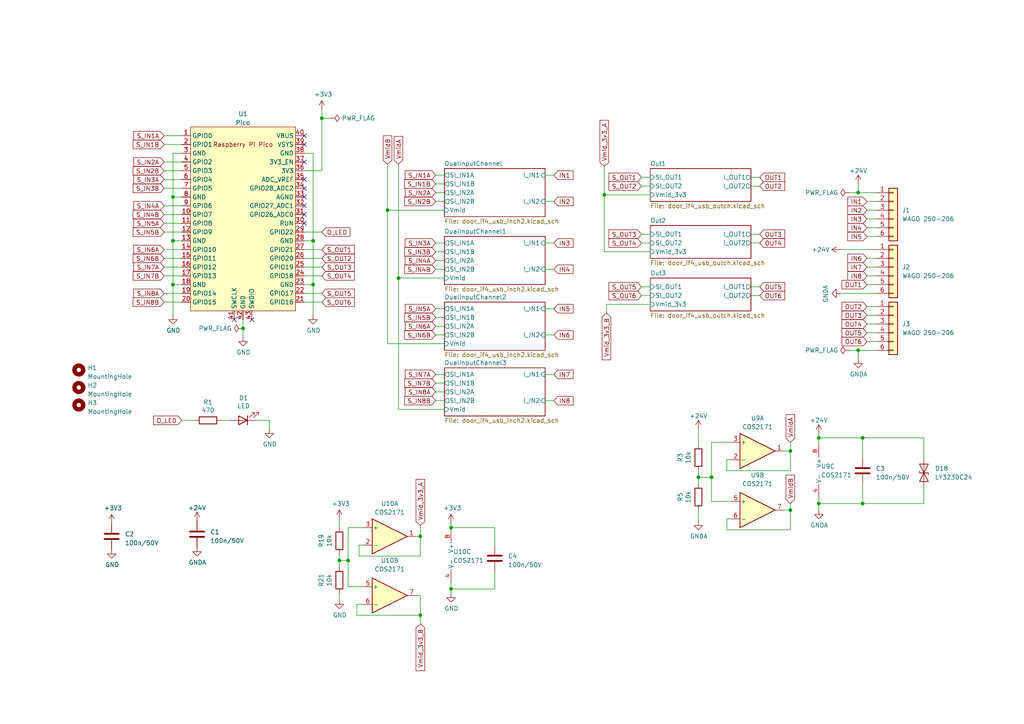
<source format=kicad_sch>
(kicad_sch (version 20230121) (generator eeschema)
  (paper "A4")
  (title_block (title "Türinterface (door_if)") (date "2021-07-17") (rev "R0") (company "Betreiberverein Makerspace+ für Erlangen e.V."))
  (lib_symbols
    (symbol "Amplifier_Operational:TLC272" (pin_names (offset 0.127))
      (property "Reference" "U" (at 0 5.08 0))
      (property "Value" "TLC272" (at 0 -5.08 0))
      (symbol "TLC272_1_1"
        (polyline (pts (xy -5.08 5.08) (xy 5.08 0) (xy -5.08 -5.08) (xy -5.08 5.08)) (stroke (width 0.254)) (fill (type background)))
        (pin output line (at 7.62 0 180) (length 2.54) (name "~") (number "1"))
        (pin input line (at -7.62 -2.54 0) (length 2.54) (name "-") (number "2"))
        (pin input line (at -7.62 2.54 0) (length 2.54) (name "+") (number "3"))
      )
      (symbol "TLC272_2_1"
        (polyline (pts (xy -5.08 5.08) (xy 5.08 0) (xy -5.08 -5.08) (xy -5.08 5.08)) (stroke (width 0.254)) (fill (type background)))
        (pin input line (at -7.62 2.54 0) (length 2.54) (name "+") (number "5"))
        (pin input line (at -7.62 -2.54 0) (length 2.54) (name "-") (number "6"))
        (pin output line (at 7.62 0 180) (length 2.54) (name "~") (number "7"))
      )
      (symbol "TLC272_3_1"
        (pin power_in line (at -2.54 -7.62 90) (length 3.81) (name "V-") (number "4"))
        (pin power_in line (at -2.54 7.62 270) (length 3.81) (name "V+") (number "8"))
      )
    )
    (symbol "Connector_Generic:Conn_01x06" (pin_names (offset 1.016) hide)
      (property "Reference" "J" (at 0 7.62 0))
      (property "Value" "Conn_01x06" (at 0 -10.16 0))
      (symbol "Conn_01x06_1_1"
        (rectangle (start -1.27 -7.493) (end 0 -7.747) (stroke (width 0.1524)))
        (rectangle (start -1.27 -4.953) (end 0 -5.207) (stroke (width 0.1524)))
        (rectangle (start -1.27 -2.413) (end 0 -2.667) (stroke (width 0.1524)))
        (rectangle (start -1.27 0.127) (end 0 -0.127) (stroke (width 0.1524)))
        (rectangle (start -1.27 2.667) (end 0 2.413) (stroke (width 0.1524)))
        (rectangle (start -1.27 5.207) (end 0 4.953) (stroke (width 0.1524)))
        (rectangle (start -1.27 6.35) (end 1.27 -8.89) (stroke (width 0.254)) (fill (type background)))
        (pin passive line (at -5.08 5.08 0) (length 3.81) (name "Pin_1") (number "1"))
        (pin passive line (at -5.08 2.54 0) (length 3.81) (name "Pin_2") (number "2"))
        (pin passive line (at -5.08 0 0) (length 3.81) (name "Pin_3") (number "3"))
        (pin passive line (at -5.08 -2.54 0) (length 3.81) (name "Pin_4") (number "4"))
        (pin passive line (at -5.08 -5.08 0) (length 3.81) (name "Pin_5") (number "5"))
        (pin passive line (at -5.08 -7.62 0) (length 3.81) (name "Pin_6") (number "6"))
      )
    )
    (symbol "Device:C" (pin_numbers hide) (pin_names (offset 0.254))
      (property "Reference" "C" (at 0.635 2.54 0))
      (property "Value" "C" (at 0.635 -2.54 0))
      (symbol "C_0_1"
        (polyline (pts (xy -2.032 -0.762) (xy 2.032 -0.762)) (stroke (width 0.508)))
        (polyline (pts (xy -2.032 0.762) (xy 2.032 0.762)) (stroke (width 0.508)))
      )
      (symbol "C_1_1"
        (pin passive line (at 0 3.81 270) (length 2.794) (name "~") (number "1"))
        (pin passive line (at 0 -3.81 90) (length 2.794) (name "~") (number "2"))
      )
    )
    (symbol "Device:LED" (pin_numbers hide) (pin_names (offset 1.016) hide)
      (property "Reference" "D" (at 0 2.54 0))
      (property "Value" "LED" (at 0 -2.54 0))
      (symbol "LED_0_1"
        (polyline (pts (xy -1.27 -1.27) (xy -1.27 1.27)) (stroke (width 0.254)))
        (polyline (pts (xy -1.27 0) (xy 1.27 0)))
        (polyline (pts (xy 1.27 -1.27) (xy 1.27 1.27) (xy -1.27 0) (xy 1.27 -1.27)) (stroke (width 0.254)))
        (polyline (pts (xy -3.048 -0.762) (xy -4.572 -2.286) (xy -3.81 -2.286) (xy -4.572 -2.286) (xy -4.572 -1.524)))
        (polyline (pts (xy -1.778 -0.762) (xy -3.302 -2.286) (xy -2.54 -2.286) (xy -3.302 -2.286) (xy -3.302 -1.524)))
      )
      (symbol "LED_1_1"
        (pin passive line (at -3.81 0 0) (length 2.54) (name "K") (number "1"))
        (pin passive line (at 3.81 0 180) (length 2.54) (name "A") (number "2"))
      )
    )
    (symbol "Device:R" (pin_numbers hide) (pin_names (offset 0))
      (property "Reference" "R" (at 2.032 0 90))
      (property "Value" "R" (at 0 0 90))
      (symbol "R_0_1"
        (rectangle (start -1.016 -2.54) (end 1.016 2.54) (stroke (width 0.254)))
      )
      (symbol "R_1_1"
        (pin passive line (at 0 3.81 270) (length 1.27) (name "~") (number "1"))
        (pin passive line (at 0 -3.81 90) (length 1.27) (name "~") (number "2"))
      )
    )
    (symbol "Diode:SD24_SOD323" (pin_numbers hide) (pin_names (offset 1.016) hide)
      (property "Reference" "D" (at 0 2.54 0))
      (property "Value" "SD24_SOD323" (at 0 -2.54 0))
      (symbol "SD24_SOD323_0_1"
        (polyline (pts (xy 1.27 0) (xy -1.27 0)))
        (polyline (pts (xy -2.54 -1.27) (xy 0 0) (xy -2.54 1.27) (xy -2.54 -1.27)) (stroke (width 0.2032)))
        (polyline (pts (xy 0.508 1.27) (xy 0 1.27) (xy 0 -1.27) (xy -0.508 -1.27)) (stroke (width 0.2032)))
        (polyline (pts (xy 2.54 1.27) (xy 2.54 -1.27) (xy 0 0) (xy 2.54 1.27)) (stroke (width 0.2032)))
      )
      (symbol "SD24_SOD323_1_1"
        (pin passive line (at -3.81 0 0) (length 2.54) (name "A1") (number "1"))
        (pin passive line (at 3.81 0 180) (length 2.54) (name "A2") (number "2"))
      )
    )
    (symbol "Mechanical:MountingHole" (pin_names (offset 1.016))
      (property "Reference" "H" (at 0 5.08 0))
      (property "Value" "MountingHole" (at 0 3.175 0))
      (symbol "MountingHole_0_1"
        (circle (center 0 0) (radius 1.27) (stroke (width 1.27)))
      )
    )
    (symbol "door_if3_usb-rescue:+3.3V-power" (power) (pin_names (offset 0))
      (property "Value" "+3.3V-power" (at 0 3.556 0))
      (symbol "+3.3V-power_0_1"
        (polyline (pts (xy -0.762 1.27) (xy 0 2.54)))
        (polyline (pts (xy 0 0) (xy 0 2.54)))
        (polyline (pts (xy 0 2.54) (xy 0.762 1.27)))
      )
      (symbol "+3.3V-power_1_1"
        (pin power_in line (at 0 0 90) (length 0) hide (name "+3V3") (number "1"))
      )
    )
    (symbol "power:+24V" (power) (pin_names (offset 0))
      (property "Value" "+24V" (at 0 3.556 0))
      (symbol "+24V_0_1"
        (polyline (pts (xy -0.762 1.27) (xy 0 2.54)))
        (polyline (pts (xy 0 0) (xy 0 2.54)))
        (polyline (pts (xy 0 2.54) (xy 0.762 1.27)))
      )
      (symbol "+24V_1_1"
        (pin power_in line (at 0 0 90) (length 0) hide (name "+24V") (number "1"))
      )
    )
    (symbol "power:GND" (power) (pin_names (offset 0))
      (property "Value" "GND" (at 0 -3.81 0))
      (symbol "GND_0_1"
        (polyline (pts (xy 0 0) (xy 0 -1.27) (xy 1.27 -1.27) (xy 0 -2.54) (xy -1.27 -1.27) (xy 0 -1.27)))
      )
      (symbol "GND_1_1"
        (pin power_in line (at 0 0 270) (length 0) hide (name "GND") (number "1"))
      )
    )
    (symbol "power:GNDA" (power) (pin_names (offset 0))
      (property "Value" "GNDA" (at 0 -3.81 0))
      (symbol "GNDA_0_1"
        (polyline (pts (xy 0 0) (xy 0 -1.27) (xy 1.27 -1.27) (xy 0 -2.54) (xy -1.27 -1.27) (xy 0 -1.27)))
      )
      (symbol "GNDA_1_1"
        (pin power_in line (at 0 0 270) (length 0) hide (name "GNDA") (number "1"))
      )
    )
    (symbol "power:PWR_FLAG" (power) (pin_numbers hide) (pin_names (offset 0) hide)
      (property "Value" "PWR_FLAG" (at 0 3.81 0))
      (symbol "PWR_FLAG_0_0"
        (pin power_out line (at 0 0 90) (length 0) (name "pwr") (number "1"))
      )
      (symbol "PWR_FLAG_0_1"
        (polyline (pts (xy 0 0) (xy 0 1.27) (xy -1.016 1.905) (xy 0 2.54) (xy 1.016 1.905) (xy 0 1.27)))
      )
    )
    (symbol "rpi-pico:Pico"
      (property "Reference" "U" (at -13.97 27.94 0))
      (property "Value" "Pico" (at 0 19.05 0))
      (symbol "Pico_0_0"
        (text "Raspberry Pi Pico" (at 0 21.59 0) (effects (font (size 1.27 1.27))))
      )
      (symbol "Pico_0_1"
        (rectangle (start -15.24 26.67) (end 15.24 -26.67) (fill (type background)))
      )
      (symbol "Pico_1_1"
        (pin bidirectional line (at -17.78 24.13 0) (length 2.54) (name "GPIO0") (number "1"))
        (pin bidirectional line (at -17.78 1.27 0) (length 2.54) (name "GPIO7") (number "10"))
        (pin bidirectional line (at -17.78 -1.27 0) (length 2.54) (name "GPIO8") (number "11"))
        (pin bidirectional line (at -17.78 -3.81 0) (length 2.54) (name "GPIO9") (number "12"))
        (pin power_in line (at -17.78 -6.35 0) (length 2.54) (name "GND") (number "13"))
        (pin bidirectional line (at -17.78 -8.89 0) (length 2.54) (name "GPIO10") (number "14"))
        (pin bidirectional line (at -17.78 -11.43 0) (length 2.54) (name "GPIO11") (number "15"))
        (pin bidirectional line (at -17.78 -13.97 0) (length 2.54) (name "GPIO12") (number "16"))
        (pin bidirectional line (at -17.78 -16.51 0) (length 2.54) (name "GPIO13") (number "17"))
        (pin power_in line (at -17.78 -19.05 0) (length 2.54) (name "GND") (number "18"))
        (pin bidirectional line (at -17.78 -21.59 0) (length 2.54) (name "GPIO14") (number "19"))
        (pin bidirectional line (at -17.78 21.59 0) (length 2.54) (name "GPIO1") (number "2"))
        (pin bidirectional line (at -17.78 -24.13 0) (length 2.54) (name "GPIO15") (number "20"))
        (pin bidirectional line (at 17.78 -24.13 180) (length 2.54) (name "GPIO16") (number "21"))
        (pin bidirectional line (at 17.78 -21.59 180) (length 2.54) (name "GPIO17") (number "22"))
        (pin power_in line (at 17.78 -19.05 180) (length 2.54) (name "GND") (number "23"))
        (pin bidirectional line (at 17.78 -16.51 180) (length 2.54) (name "GPIO18") (number "24"))
        (pin bidirectional line (at 17.78 -13.97 180) (length 2.54) (name "GPIO19") (number "25"))
        (pin bidirectional line (at 17.78 -11.43 180) (length 2.54) (name "GPIO20") (number "26"))
        (pin bidirectional line (at 17.78 -8.89 180) (length 2.54) (name "GPIO21") (number "27"))
        (pin power_in line (at 17.78 -6.35 180) (length 2.54) (name "GND") (number "28"))
        (pin bidirectional line (at 17.78 -3.81 180) (length 2.54) (name "GPIO22") (number "29"))
        (pin power_in line (at -17.78 19.05 0) (length 2.54) (name "GND") (number "3"))
        (pin input line (at 17.78 -1.27 180) (length 2.54) (name "RUN") (number "30"))
        (pin bidirectional line (at 17.78 1.27 180) (length 2.54) (name "GPIO26_ADC0") (number "31"))
        (pin bidirectional line (at 17.78 3.81 180) (length 2.54) (name "GPIO27_ADC1") (number "32"))
        (pin power_in line (at 17.78 6.35 180) (length 2.54) (name "AGND") (number "33"))
        (pin bidirectional line (at 17.78 8.89 180) (length 2.54) (name "GPIO28_ADC2") (number "34"))
        (pin power_in line (at 17.78 11.43 180) (length 2.54) (name "ADC_VREF") (number "35"))
        (pin power_in line (at 17.78 13.97 180) (length 2.54) (name "3V3") (number "36"))
        (pin input line (at 17.78 16.51 180) (length 2.54) (name "3V3_EN") (number "37"))
        (pin bidirectional line (at 17.78 19.05 180) (length 2.54) (name "GND") (number "38"))
        (pin power_in line (at 17.78 21.59 180) (length 2.54) (name "VSYS") (number "39"))
        (pin bidirectional line (at -17.78 16.51 0) (length 2.54) (name "GPIO2") (number "4"))
        (pin power_in line (at 17.78 24.13 180) (length 2.54) (name "VBUS") (number "40"))
        (pin input line (at -2.54 -29.21 90) (length 2.54) (name "SWCLK") (number "41"))
        (pin power_in line (at 0 -29.21 90) (length 2.54) (name "GND") (number "42"))
        (pin bidirectional line (at 2.54 -29.21 90) (length 2.54) (name "SWDIO") (number "43"))
        (pin bidirectional line (at -17.78 13.97 0) (length 2.54) (name "GPIO3") (number "5"))
        (pin bidirectional line (at -17.78 11.43 0) (length 2.54) (name "GPIO4") (number "6"))
        (pin bidirectional line (at -17.78 8.89 0) (length 2.54) (name "GPIO5") (number "7"))
        (pin power_in line (at -17.78 6.35 0) (length 2.54) (name "GND") (number "8"))
        (pin bidirectional line (at -17.78 3.81 0) (length 2.54) (name "GPIO6") (number "9"))
      )
    )
  )
  (junction (at 175.26 56.515))
  (junction (at 248.92 101.6))
  (junction (at 93.345 34.29))
  (junction (at 130.81 170.815))
  (junction (at 121.92 178.435))
  (junction (at 202.565 138.43))
  (junction (at 250.19 146.05))
  (junction (at 237.49 146.05))
  (junction (at 112.395 60.96))
  (junction (at 121.92 155.575))
  (junction (at 248.92 55.88))
  (junction (at 70.485 95.25))
  (junction (at 229.235 147.955))
  (junction (at 50.165 82.55))
  (junction (at 100.965 162.56))
  (junction (at 229.235 130.81))
  (junction (at 237.49 127))
  (junction (at 250.19 127))
  (junction (at 90.805 82.55))
  (junction (at 98.425 162.56))
  (junction (at 90.805 69.85))
  (junction (at 115.57 80.645))
  (junction (at 50.165 69.85))
  (junction (at 130.81 153.035))
  (junction (at 50.165 57.15))
  (junction (at 206.375 138.43))
  (no_connect (at 88.265 39.37))
  (no_connect (at 88.265 57.15))
  (no_connect (at 88.265 54.61))
  (no_connect (at 73.025 92.71))
  (no_connect (at 88.265 64.77))
  (no_connect (at 88.265 52.07))
  (no_connect (at 88.265 59.69))
  (no_connect (at 88.265 46.99))
  (no_connect (at 88.265 62.23))
  (no_connect (at 67.945 92.71))
  (no_connect (at 88.265 41.91))
  (wire (pts (xy 88.265 72.39) (xy 93.345 72.39)))
  (wire (pts (xy 50.165 57.15) (xy 50.165 69.85)))
  (wire (pts (xy 254 58.42) (xy 251.46 58.42)))
  (wire (pts (xy 98.425 172.085) (xy 98.425 173.99)))
  (wire (pts (xy 126.365 78.105) (xy 128.905 78.105)))
  (wire (pts (xy 47.625 64.77) (xy 52.705 64.77)))
  (wire (pts (xy 237.49 144.145) (xy 237.49 146.05)))
  (wire (pts (xy 70.485 95.25) (xy 70.485 97.79)))
  (wire (pts (xy 267.97 127) (xy 250.19 127)))
  (wire (pts (xy 251.46 88.9) (xy 254 88.9)))
  (wire (pts (xy 202.565 124.46) (xy 202.565 128.905)))
  (wire (pts (xy 47.625 46.99) (xy 52.705 46.99)))
  (wire (pts (xy 254 60.96) (xy 251.46 60.96)))
  (wire (pts (xy 93.345 34.29) (xy 93.345 31.75)))
  (wire (pts (xy 126.365 89.535) (xy 128.905 89.535)))
  (wire (pts (xy 251.46 68.58) (xy 254 68.58)))
  (wire (pts (xy 88.265 87.63) (xy 93.345 87.63)))
  (wire (pts (xy 56.515 121.92) (xy 52.705 121.92)))
  (wire (pts (xy 251.46 82.55) (xy 254 82.55)))
  (wire (pts (xy 251.46 99.06) (xy 254 99.06)))
  (wire (pts (xy 47.625 59.69) (xy 52.705 59.69)))
  (wire (pts (xy 47.625 74.93) (xy 52.705 74.93)))
  (wire (pts (xy 217.805 51.435) (xy 220.345 51.435)))
  (wire (pts (xy 126.365 53.34) (xy 128.905 53.34)))
  (wire (pts (xy 100.965 170.18) (xy 105.41 170.18)))
  (wire (pts (xy 217.805 85.725) (xy 220.345 85.725)))
  (wire (pts (xy 210.82 136.525) (xy 229.235 136.525)))
  (wire (pts (xy 121.92 161.29) (xy 121.92 155.575)))
  (wire (pts (xy 217.805 70.485) (xy 220.345 70.485)))
  (wire (pts (xy 237.49 127) (xy 250.19 127)))
  (wire (pts (xy 243.84 85.09) (xy 254 85.09)))
  (wire (pts (xy 50.165 82.55) (xy 50.165 91.44)))
  (wire (pts (xy 47.625 39.37) (xy 52.705 39.37)))
  (wire (pts (xy 237.49 146.05) (xy 250.19 146.05)))
  (wire (pts (xy 206.375 128.27) (xy 212.09 128.27)))
  (wire (pts (xy 98.425 162.56) (xy 98.425 164.465)))
  (wire (pts (xy 206.375 145.415) (xy 212.09 145.415)))
  (wire (pts (xy 100.965 162.56) (xy 100.965 153.035)))
  (wire (pts (xy 104.14 158.115) (xy 104.14 161.29)))
  (wire (pts (xy 186.055 53.975) (xy 188.595 53.975)))
  (wire (pts (xy 47.625 67.31) (xy 52.705 67.31)))
  (wire (pts (xy 121.92 155.575) (xy 120.65 155.575)))
  (wire (pts (xy 105.41 175.26) (xy 103.505 175.26)))
  (wire (pts (xy 267.97 133.35) (xy 267.97 127)))
  (wire (pts (xy 130.81 153.035) (xy 130.81 153.67)))
  (wire (pts (xy 237.49 125.73) (xy 237.49 127)))
  (wire (pts (xy 186.055 70.485) (xy 188.595 70.485)))
  (wire (pts (xy 229.235 128.27) (xy 229.235 130.81)))
  (wire (pts (xy 47.625 54.61) (xy 52.705 54.61)))
  (wire (pts (xy 202.565 136.525) (xy 202.565 138.43)))
  (wire (pts (xy 202.565 138.43) (xy 202.565 140.335)))
  (wire (pts (xy 47.625 52.07) (xy 52.705 52.07)))
  (wire (pts (xy 88.265 69.85) (xy 90.805 69.85)))
  (wire (pts (xy 251.46 80.01) (xy 254 80.01)))
  (wire (pts (xy 217.805 53.975) (xy 220.345 53.975)))
  (wire (pts (xy 47.625 77.47) (xy 52.705 77.47)))
  (wire (pts (xy 128.905 80.645) (xy 115.57 80.645)))
  (wire (pts (xy 126.365 70.485) (xy 128.905 70.485)))
  (wire (pts (xy 64.135 121.92) (xy 66.675 121.92)))
  (wire (pts (xy 115.57 47.625) (xy 115.57 80.645)))
  (wire (pts (xy 217.805 83.185) (xy 220.345 83.185)))
  (wire (pts (xy 98.425 150.495) (xy 98.425 153.035)))
  (wire (pts (xy 175.26 73.025) (xy 188.595 73.025)))
  (wire (pts (xy 52.705 44.45) (xy 50.165 44.45)))
  (wire (pts (xy 248.92 101.6) (xy 254 101.6)))
  (wire (pts (xy 130.81 170.815) (xy 143.51 170.815)))
  (wire (pts (xy 237.49 127) (xy 237.49 128.905)))
  (wire (pts (xy 90.805 44.45) (xy 90.805 69.85)))
  (wire (pts (xy 100.965 153.035) (xy 105.41 153.035)))
  (wire (pts (xy 115.57 80.645) (xy 115.57 118.745)))
  (wire (pts (xy 112.395 60.96) (xy 112.395 99.695)))
  (wire (pts (xy 250.19 127) (xy 250.19 132.715)))
  (wire (pts (xy 158.115 89.535) (xy 160.655 89.535)))
  (wire (pts (xy 130.81 153.035) (xy 143.51 153.035)))
  (wire (pts (xy 74.295 121.92) (xy 78.105 121.92)))
  (wire (pts (xy 47.625 87.63) (xy 52.705 87.63)))
  (wire (pts (xy 158.115 70.485) (xy 160.655 70.485)))
  (wire (pts (xy 248.92 55.88) (xy 254 55.88)))
  (wire (pts (xy 47.625 80.01) (xy 52.705 80.01)))
  (wire (pts (xy 88.265 85.09) (xy 93.345 85.09)))
  (wire (pts (xy 186.055 83.185) (xy 188.595 83.185)))
  (wire (pts (xy 202.565 147.955) (xy 202.565 151.13)))
  (wire (pts (xy 121.92 172.72) (xy 120.65 172.72)))
  (wire (pts (xy 126.365 92.075) (xy 128.905 92.075)))
  (wire (pts (xy 103.505 175.26) (xy 103.505 178.435)))
  (wire (pts (xy 251.46 96.52) (xy 254 96.52)))
  (wire (pts (xy 229.235 136.525) (xy 229.235 130.81)))
  (wire (pts (xy 126.365 113.665) (xy 128.905 113.665)))
  (wire (pts (xy 126.365 111.125) (xy 128.905 111.125)))
  (wire (pts (xy 88.265 74.93) (xy 93.345 74.93)))
  (wire (pts (xy 248.92 104.14) (xy 248.92 101.6)))
  (wire (pts (xy 47.625 85.09) (xy 52.705 85.09)))
  (wire (pts (xy 126.365 97.155) (xy 128.905 97.155)))
  (wire (pts (xy 130.81 151.765) (xy 130.81 153.035)))
  (wire (pts (xy 78.105 121.92) (xy 78.105 124.46)))
  (wire (pts (xy 47.625 41.91) (xy 52.705 41.91)))
  (wire (pts (xy 112.395 99.695) (xy 128.905 99.695)))
  (wire (pts (xy 229.235 130.81) (xy 227.33 130.81)))
  (wire (pts (xy 158.115 50.8) (xy 160.655 50.8)))
  (wire (pts (xy 212.09 133.35) (xy 210.82 133.35)))
  (wire (pts (xy 251.46 74.93) (xy 254 74.93)))
  (wire (pts (xy 217.805 67.945) (xy 220.345 67.945)))
  (wire (pts (xy 121.92 178.435) (xy 121.92 172.72)))
  (wire (pts (xy 70.485 92.71) (xy 70.485 95.25)))
  (wire (pts (xy 93.345 34.29) (xy 95.885 34.29)))
  (wire (pts (xy 175.895 90.805) (xy 175.895 88.265)))
  (wire (pts (xy 254 66.04) (xy 251.46 66.04)))
  (wire (pts (xy 126.365 50.8) (xy 128.905 50.8)))
  (wire (pts (xy 88.265 67.31) (xy 93.345 67.31)))
  (wire (pts (xy 246.38 55.88) (xy 248.92 55.88)))
  (wire (pts (xy 50.165 69.85) (xy 52.705 69.85)))
  (wire (pts (xy 88.265 80.01) (xy 93.345 80.01)))
  (wire (pts (xy 121.92 152.4) (xy 121.92 155.575)))
  (wire (pts (xy 243.84 72.39) (xy 254 72.39)))
  (wire (pts (xy 126.365 94.615) (xy 128.905 94.615)))
  (wire (pts (xy 47.625 72.39) (xy 52.705 72.39)))
  (wire (pts (xy 251.46 77.47) (xy 254 77.47)))
  (wire (pts (xy 98.425 162.56) (xy 100.965 162.56)))
  (wire (pts (xy 212.09 150.495) (xy 210.82 150.495)))
  (wire (pts (xy 126.365 116.205) (xy 128.905 116.205)))
  (wire (pts (xy 88.265 77.47) (xy 93.345 77.47)))
  (wire (pts (xy 143.51 170.815) (xy 143.51 165.735)))
  (wire (pts (xy 47.625 62.23) (xy 52.705 62.23)))
  (wire (pts (xy 105.41 158.115) (xy 104.14 158.115)))
  (wire (pts (xy 186.055 85.725) (xy 188.595 85.725)))
  (wire (pts (xy 175.26 56.515) (xy 175.26 73.025)))
  (wire (pts (xy 112.395 60.96) (xy 128.905 60.96)))
  (wire (pts (xy 229.235 153.67) (xy 229.235 147.955)))
  (wire (pts (xy 104.14 161.29) (xy 121.92 161.29)))
  (wire (pts (xy 210.82 150.495) (xy 210.82 153.67)))
  (wire (pts (xy 246.38 101.6) (xy 248.92 101.6)))
  (wire (pts (xy 229.235 146.05) (xy 229.235 147.955)))
  (wire (pts (xy 250.19 146.05) (xy 267.97 146.05)))
  (wire (pts (xy 130.81 168.91) (xy 130.81 170.815)))
  (wire (pts (xy 88.265 44.45) (xy 90.805 44.45)))
  (wire (pts (xy 158.115 108.585) (xy 160.655 108.585)))
  (wire (pts (xy 251.46 91.44) (xy 254 91.44)))
  (wire (pts (xy 186.055 51.435) (xy 188.595 51.435)))
  (wire (pts (xy 206.375 138.43) (xy 206.375 128.27)))
  (wire (pts (xy 210.82 153.67) (xy 229.235 153.67)))
  (wire (pts (xy 88.265 49.53) (xy 93.345 49.53)))
  (wire (pts (xy 158.115 58.42) (xy 160.655 58.42)))
  (wire (pts (xy 50.165 57.15) (xy 52.705 57.15)))
  (wire (pts (xy 210.82 133.35) (xy 210.82 136.525)))
  (wire (pts (xy 130.81 170.815) (xy 130.81 172.085)))
  (wire (pts (xy 100.965 162.56) (xy 100.965 170.18)))
  (wire (pts (xy 267.97 146.05) (xy 267.97 140.97)))
  (wire (pts (xy 98.425 160.655) (xy 98.425 162.56)))
  (wire (pts (xy 88.265 82.55) (xy 90.805 82.55)))
  (wire (pts (xy 115.57 118.745) (xy 128.905 118.745)))
  (wire (pts (xy 143.51 153.035) (xy 143.51 158.115)))
  (wire (pts (xy 126.365 73.025) (xy 128.905 73.025)))
  (wire (pts (xy 121.92 178.435) (xy 121.92 180.975)))
  (wire (pts (xy 90.805 82.55) (xy 90.805 91.44)))
  (wire (pts (xy 158.115 116.205) (xy 160.655 116.205)))
  (wire (pts (xy 158.115 78.105) (xy 160.655 78.105)))
  (wire (pts (xy 103.505 178.435) (xy 121.92 178.435)))
  (wire (pts (xy 126.365 55.88) (xy 128.905 55.88)))
  (wire (pts (xy 47.625 49.53) (xy 52.705 49.53)))
  (wire (pts (xy 202.565 138.43) (xy 206.375 138.43)))
  (wire (pts (xy 206.375 138.43) (xy 206.375 145.415)))
  (wire (pts (xy 90.805 69.85) (xy 90.805 82.55)))
  (wire (pts (xy 126.365 75.565) (xy 128.905 75.565)))
  (wire (pts (xy 248.92 53.34) (xy 248.92 55.88)))
  (wire (pts (xy 50.165 82.55) (xy 52.705 82.55)))
  (wire (pts (xy 93.345 49.53) (xy 93.345 34.29)))
  (wire (pts (xy 175.26 56.515) (xy 188.595 56.515)))
  (wire (pts (xy 175.895 88.265) (xy 188.595 88.265)))
  (wire (pts (xy 126.365 108.585) (xy 128.905 108.585)))
  (wire (pts (xy 126.365 58.42) (xy 128.905 58.42)))
  (wire (pts (xy 50.165 69.85) (xy 50.165 82.55)))
  (wire (pts (xy 186.055 67.945) (xy 188.595 67.945)))
  (wire (pts (xy 254 63.5) (xy 251.46 63.5)))
  (wire (pts (xy 175.26 48.26) (xy 175.26 56.515)))
  (wire (pts (xy 251.46 93.98) (xy 254 93.98)))
  (wire (pts (xy 158.115 97.155) (xy 160.655 97.155)))
  (wire (pts (xy 112.395 47.625) (xy 112.395 60.96)))
  (wire (pts (xy 229.235 147.955) (xy 227.33 147.955)))
  (wire (pts (xy 237.49 146.05) (xy 237.49 147.955)))
  (wire (pts (xy 50.165 44.45) (xy 50.165 57.15)))
  (wire (pts (xy 250.19 146.05) (xy 250.19 140.335)))
  (global_label "IN8" (shape input) (at 160.655 116.205 0) (property "Intersheetrefs" "${INTERSHEET_REFS}" (effects hide)))
  (global_label "OUT6" (shape input) (at 251.46 99.06 180) (property "Intersheetrefs" "${INTERSHEET_REFS}" (effects hide)))
  (global_label "VmidB" (shape input) (at 229.235 146.05 90) (property "Intersheetrefs" "${INTERSHEET_REFS}" (effects hide)))
  (global_label "S_OUT5" (shape input) (at 93.345 85.09 0) (property "Intersheetrefs" "${INTERSHEET_REFS}" (effects hide)))
  (global_label "O_LED" (shape input) (at 52.705 121.92 180) (property "Intersheetrefs" "${INTERSHEET_REFS}" (effects hide)))
  (global_label "S_OUT2" (shape input) (at 186.055 53.975 180) (property "Intersheetrefs" "${INTERSHEET_REFS}" (effects hide)))
  (global_label "OUT1" (shape input) (at 220.345 51.435 0) (property "Intersheetrefs" "${INTERSHEET_REFS}" (effects hide)))
  (global_label "S_IN8B" (shape input) (at 126.365 116.205 180) (property "Intersheetrefs" "${INTERSHEET_REFS}" (effects hide)))
  (global_label "OUT4" (shape input) (at 220.345 70.485 0) (property "Intersheetrefs" "${INTERSHEET_REFS}" (effects hide)))
  (global_label "S_IN7B" (shape input) (at 126.365 111.125 180) (property "Intersheetrefs" "${INTERSHEET_REFS}" (effects hide)))
  (global_label "S_IN5A" (shape input) (at 47.625 64.77 180) (property "Intersheetrefs" "${INTERSHEET_REFS}" (effects hide)))
  (global_label "S_OUT6" (shape input) (at 93.345 87.63 0) (property "Intersheetrefs" "${INTERSHEET_REFS}" (effects hide)))
  (global_label "Vmid_3v3_A" (shape input) (at 175.26 48.26 90) (property "Intersheetrefs" "${INTERSHEET_REFS}" (effects hide)))
  (global_label "OUT2" (shape input) (at 220.345 53.975 0) (property "Intersheetrefs" "${INTERSHEET_REFS}" (effects hide)))
  (global_label "S_IN1A" (shape input) (at 47.625 39.37 180) (property "Intersheetrefs" "${INTERSHEET_REFS}" (effects hide)))
  (global_label "IN4" (shape input) (at 251.46 66.04 180) (property "Intersheetrefs" "${INTERSHEET_REFS}" (effects hide)))
  (global_label "IN7" (shape input) (at 160.655 108.585 0) (property "Intersheetrefs" "${INTERSHEET_REFS}" (effects hide)))
  (global_label "IN1" (shape input) (at 251.46 58.42 180) (property "Intersheetrefs" "${INTERSHEET_REFS}" (effects hide)))
  (global_label "S_IN6B" (shape input) (at 47.625 74.93 180) (property "Intersheetrefs" "${INTERSHEET_REFS}" (effects hide)))
  (global_label "OUT1" (shape input) (at 251.46 82.55 180) (property "Intersheetrefs" "${INTERSHEET_REFS}" (effects hide)))
  (global_label "S_OUT1" (shape input) (at 186.055 51.435 180) (property "Intersheetrefs" "${INTERSHEET_REFS}" (effects hide)))
  (global_label "IN5" (shape input) (at 160.655 89.535 0) (property "Intersheetrefs" "${INTERSHEET_REFS}" (effects hide)))
  (global_label "S_IN4A" (shape input) (at 126.365 75.565 180) (property "Intersheetrefs" "${INTERSHEET_REFS}" (effects hide)))
  (global_label "S_IN5B" (shape input) (at 126.365 92.075 180) (property "Intersheetrefs" "${INTERSHEET_REFS}" (effects hide)))
  (global_label "S_OUT2" (shape input) (at 93.345 74.93 0) (property "Intersheetrefs" "${INTERSHEET_REFS}" (effects hide)))
  (global_label "OUT3" (shape input) (at 251.46 91.44 180) (property "Intersheetrefs" "${INTERSHEET_REFS}" (effects hide)))
  (global_label "S_IN3B" (shape input) (at 47.625 54.61 180) (property "Intersheetrefs" "${INTERSHEET_REFS}" (effects hide)))
  (global_label "S_IN2A" (shape input) (at 47.625 46.99 180) (property "Intersheetrefs" "${INTERSHEET_REFS}" (effects hide)))
  (global_label "S_IN4B" (shape input) (at 126.365 78.105 180) (property "Intersheetrefs" "${INTERSHEET_REFS}" (effects hide)))
  (global_label "S_IN5A" (shape input) (at 126.365 89.535 180) (property "Intersheetrefs" "${INTERSHEET_REFS}" (effects hide)))
  (global_label "IN3" (shape input) (at 160.655 70.485 0) (property "Intersheetrefs" "${INTERSHEET_REFS}" (effects hide)))
  (global_label "OUT2" (shape input) (at 251.46 88.9 180) (property "Intersheetrefs" "${INTERSHEET_REFS}" (effects hide)))
  (global_label "IN8" (shape input) (at 251.46 80.01 180) (property "Intersheetrefs" "${INTERSHEET_REFS}" (effects hide)))
  (global_label "S_IN5B" (shape input) (at 47.625 67.31 180) (property "Intersheetrefs" "${INTERSHEET_REFS}" (effects hide)))
  (global_label "OUT5" (shape input) (at 220.345 83.185 0) (property "Intersheetrefs" "${INTERSHEET_REFS}" (effects hide)))
  (global_label "OUT6" (shape input) (at 220.345 85.725 0) (property "Intersheetrefs" "${INTERSHEET_REFS}" (effects hide)))
  (global_label "S_IN3A" (shape input) (at 126.365 70.485 180) (property "Intersheetrefs" "${INTERSHEET_REFS}" (effects hide)))
  (global_label "S_IN8B" (shape input) (at 47.625 87.63 180) (property "Intersheetrefs" "${INTERSHEET_REFS}" (effects hide)))
  (global_label "S_IN6A" (shape input) (at 126.365 94.615 180) (property "Intersheetrefs" "${INTERSHEET_REFS}" (effects hide)))
  (global_label "S_IN2A" (shape input) (at 126.365 55.88 180) (property "Intersheetrefs" "${INTERSHEET_REFS}" (effects hide)))
  (global_label "S_IN3B" (shape input) (at 126.365 73.025 180) (property "Intersheetrefs" "${INTERSHEET_REFS}" (effects hide)))
  (global_label "S_IN8A" (shape input) (at 47.625 85.09 180) (property "Intersheetrefs" "${INTERSHEET_REFS}" (effects hide)))
  (global_label "S_OUT3" (shape input) (at 186.055 67.945 180) (property "Intersheetrefs" "${INTERSHEET_REFS}" (effects hide)))
  (global_label "S_OUT4" (shape input) (at 93.345 80.01 0) (property "Intersheetrefs" "${INTERSHEET_REFS}" (effects hide)))
  (global_label "Vmid_3v3_A" (shape input) (at 121.92 152.4 90) (property "Intersheetrefs" "${INTERSHEET_REFS}" (effects hide)))
  (global_label "S_IN6A" (shape input) (at 47.625 72.39 180) (property "Intersheetrefs" "${INTERSHEET_REFS}" (effects hide)))
  (global_label "IN6" (shape input) (at 251.46 74.93 180) (property "Intersheetrefs" "${INTERSHEET_REFS}" (effects hide)))
  (global_label "S_IN1B" (shape input) (at 126.365 53.34 180) (property "Intersheetrefs" "${INTERSHEET_REFS}" (effects hide)))
  (global_label "S_IN8A" (shape input) (at 126.365 113.665 180) (property "Intersheetrefs" "${INTERSHEET_REFS}" (effects hide)))
  (global_label "S_IN2B" (shape input) (at 126.365 58.42 180) (property "Intersheetrefs" "${INTERSHEET_REFS}" (effects hide)))
  (global_label "Vmid_3v3_B" (shape input) (at 175.895 90.805 270) (property "Intersheetrefs" "${INTERSHEET_REFS}" (effects hide)))
  (global_label "S_IN6B" (shape input) (at 126.365 97.155 180) (property "Intersheetrefs" "${INTERSHEET_REFS}" (effects hide)))
  (global_label "S_OUT3" (shape input) (at 93.345 77.47 0) (property "Intersheetrefs" "${INTERSHEET_REFS}" (effects hide)))
  (global_label "S_IN3A" (shape input) (at 47.625 52.07 180) (property "Intersheetrefs" "${INTERSHEET_REFS}" (effects hide)))
  (global_label "S_IN7A" (shape input) (at 47.625 77.47 180) (property "Intersheetrefs" "${INTERSHEET_REFS}" (effects hide)))
  (global_label "IN6" (shape input) (at 160.655 97.155 0) (property "Intersheetrefs" "${INTERSHEET_REFS}" (effects hide)))
  (global_label "IN2" (shape input) (at 251.46 60.96 180) (property "Intersheetrefs" "${INTERSHEET_REFS}" (effects hide)))
  (global_label "VmidA" (shape input) (at 115.57 47.625 90) (property "Intersheetrefs" "${INTERSHEET_REFS}" (effects hide)))
  (global_label "VmidA" (shape input) (at 229.235 128.27 90) (property "Intersheetrefs" "${INTERSHEET_REFS}" (effects hide)))
  (global_label "IN5" (shape input) (at 251.46 68.58 180) (property "Intersheetrefs" "${INTERSHEET_REFS}" (effects hide)))
  (global_label "OUT5" (shape input) (at 251.46 96.52 180) (property "Intersheetrefs" "${INTERSHEET_REFS}" (effects hide)))
  (global_label "S_OUT6" (shape input) (at 186.055 85.725 180) (property "Intersheetrefs" "${INTERSHEET_REFS}" (effects hide)))
  (global_label "IN7" (shape input) (at 251.46 77.47 180) (property "Intersheetrefs" "${INTERSHEET_REFS}" (effects hide)))
  (global_label "S_IN1B" (shape input) (at 47.625 41.91 180) (property "Intersheetrefs" "${INTERSHEET_REFS}" (effects hide)))
  (global_label "IN2" (shape input) (at 160.655 58.42 0) (property "Intersheetrefs" "${INTERSHEET_REFS}" (effects hide)))
  (global_label "S_IN7B" (shape input) (at 47.625 80.01 180) (property "Intersheetrefs" "${INTERSHEET_REFS}" (effects hide)))
  (global_label "S_IN7A" (shape input) (at 126.365 108.585 180) (property "Intersheetrefs" "${INTERSHEET_REFS}" (effects hide)))
  (global_label "S_OUT5" (shape input) (at 186.055 83.185 180) (property "Intersheetrefs" "${INTERSHEET_REFS}" (effects hide)))
  (global_label "S_IN4B" (shape input) (at 47.625 62.23 180) (property "Intersheetrefs" "${INTERSHEET_REFS}" (effects hide)))
  (global_label "S_OUT1" (shape input) (at 93.345 72.39 0) (property "Intersheetrefs" "${INTERSHEET_REFS}" (effects hide)))
  (global_label "S_IN4A" (shape input) (at 47.625 59.69 180) (property "Intersheetrefs" "${INTERSHEET_REFS}" (effects hide)))
  (global_label "OUT4" (shape input) (at 251.46 93.98 180) (property "Intersheetrefs" "${INTERSHEET_REFS}" (effects hide)))
  (global_label "OUT3" (shape input) (at 220.345 67.945 0) (property "Intersheetrefs" "${INTERSHEET_REFS}" (effects hide)))
  (global_label "VmidB" (shape input) (at 112.395 47.625 90) (property "Intersheetrefs" "${INTERSHEET_REFS}" (effects hide)))
  (global_label "IN1" (shape input) (at 160.655 50.8 0) (property "Intersheetrefs" "${INTERSHEET_REFS}" (effects hide)))
  (global_label "IN3" (shape input) (at 251.46 63.5 180) (property "Intersheetrefs" "${INTERSHEET_REFS}" (effects hide)))
  (global_label "S_IN2B" (shape input) (at 47.625 49.53 180) (property "Intersheetrefs" "${INTERSHEET_REFS}" (effects hide)))
  (global_label "Vmid_3v3_B" (shape input) (at 121.92 180.975 270) (property "Intersheetrefs" "${INTERSHEET_REFS}" (effects hide)))
  (global_label "S_IN1A" (shape input) (at 126.365 50.8 180) (property "Intersheetrefs" "${INTERSHEET_REFS}" (effects hide)))
  (global_label "O_LED" (shape input) (at 93.345 67.31 0) (property "Intersheetrefs" "${INTERSHEET_REFS}" (effects hide)))
  (global_label "S_OUT4" (shape input) (at 186.055 70.485 180) (property "Intersheetrefs" "${INTERSHEET_REFS}" (effects hide)))
  (global_label "IN4" (shape input) (at 160.655 78.105 0) (property "Intersheetrefs" "${INTERSHEET_REFS}" (effects hide)))
  (symbol (lib_id "Device:LED") (at 70.485 121.92 180) (unit 1)
    (property "Reference" "D1" (at 70.6628 115.443 0))
    (property "Value" "LED" (at 70.6628 117.7544 0))
    (property "Footprint" "LED_SMD:LED_0603_1608Metric" (effects hide))
  )
  (symbol (lib_id "Device:R") (at 60.325 121.92 270) (unit 1)
    (property "Reference" "R1" (at 60.325 116.6622 90))
    (property "Value" "470" (at 60.325 118.9736 90))
    (property "Footprint" "Resistor_SMD:R_0402_1005Metric" (effects hide))
  )
  (symbol (lib_id "power:GND") (at 78.105 124.46 0) (unit 1)
    (property "Reference" "#PWR05" (effects hide))
    (property "Value" "GND" (at 78.232 128.8542 0))
  )
  (symbol (lib_id "power:GND") (at 70.485 97.79 0) (unit 1)
    (property "Reference" "#PWR04" (effects hide))
    (property "Value" "GND" (at 70.612 102.1842 0))
  )
  (symbol (lib_id "door_if3_usb-rescue:+3.3V-power") (at 93.345 31.75 0) (unit 1)
    (property "Reference" "#PWR07" (effects hide))
    (property "Value" "+3.3V" (at 93.726 27.3558 0))
  )
  (symbol (lib_id "power:PWR_FLAG") (at 95.885 34.29 270) (unit 1)
    (property "Reference" "#FLG02" (effects hide))
    (property "Value" "PWR_FLAG" (at 99.1362 34.29 90) (effects (justify left)))
  )
  (symbol (lib_id "power:GNDA") (at 248.92 104.14 0) (unit 1)
    (property "Reference" "#PWR011" (effects hide))
    (property "Value" "GNDA" (at 249.047 108.5342 0))
  )
  (symbol (lib_id "power:PWR_FLAG") (at 246.38 101.6 90) (unit 1)
    (property "Reference" "#FLG04" (effects hide))
    (property "Value" "PWR_FLAG" (at 243.1542 101.6 90) (effects (justify left)))
  )
  (symbol (lib_id "power:PWR_FLAG") (at 246.38 55.88 90) (unit 1)
    (property "Reference" "#FLG03" (effects hide))
    (property "Value" "PWR_FLAG" (at 243.1542 55.88 90) (effects (justify left)))
  )
  (symbol (lib_id "power:+24V") (at 202.565 124.46 0) (unit 1)
    (property "Reference" "#PWR014" (effects hide))
    (property "Value" "+24V" (at 202.565 120.65 0))
  )
  (symbol (lib_id "power:GND") (at 32.385 159.385 0) (unit 1)
    (property "Reference" "#PWR069" (effects hide))
    (property "Value" "GND" (at 32.512 163.7792 0))
  )
  (symbol (lib_id "Connector_Generic:Conn_01x06") (at 259.08 60.96 0) (unit 1)
    (property "Reference" "J1" (at 261.62 60.96 0) (effects (justify left)))
    (property "Value" "WAGO 250-206" (at 261.62 63.5 0) (effects (justify left)))
    (property "Footprint" "cc_con-lst:WAGO-250-206" (effects hide))
  )
  (symbol (lib_id "Device:R") (at 202.565 132.715 0) (unit 1)
    (property "Reference" "R3" (at 197.3072 132.715 90))
    (property "Value" "10k" (at 199.6186 132.715 90))
    (property "Footprint" "Resistor_SMD:R_0402_1005Metric" (effects hide))
  )
  (symbol (lib_id "Diode:SD24_SOD323") (at 267.97 137.16 90) (unit 1)
    (property "Reference" "D18" (at 271.145 135.89 90) (effects (justify right)))
    (property "Value" "LY323DC24" (at 271.145 138.43 90) (effects (justify right)))
    (property "Footprint" "Diode_SMD:D_SOD-323" (effects hide))
    (property "Datasheet" "https://www.littelfuse.com/~/media/electronics/datasheets/tvs_diode_arrays/littelfuse_tvs_diode_array_sd_c_datasheet.pdf.pdf" (effects hide))
  )
  (symbol (lib_id "Mechanical:MountingHole") (at 22.86 107.315 0) (unit 1)
    (property "Reference" "H1" (at 25.4 106.68 0) (effects (justify left)))
    (property "Value" "MountingHole" (at 25.4 109.22 0) (effects (justify left)))
    (property "Footprint" "MountingHole:MountingHole_3.2mm_M3_DIN965" (effects hide))
  )
  (symbol (lib_id "rpi-pico:Pico") (at 70.485 63.5 0) (unit 1)
    (property "Reference" "U1" (at 70.485 33.02 0))
    (property "Value" "Pico" (at 70.485 35.56 0))
    (property "Footprint" "rpi-pico:RPi_Pico_SMDonly" (effects hide))
  )
  (symbol (lib_id "Connector_Generic:Conn_01x06") (at 259.08 93.98 0) (unit 1)
    (property "Reference" "J3" (at 261.62 93.98 0) (effects (justify left)))
    (property "Value" "WAGO 250-206" (at 261.62 96.52 0) (effects (justify left)))
    (property "Footprint" "cc_con-lst:WAGO-250-206" (effects hide))
  )
  (symbol (lib_id "power:+24V") (at 243.84 72.39 90) (unit 1)
    (property "Reference" "#PWR08" (effects hide))
    (property "Value" "+24V" (at 240.665 72.39 90) (effects (justify left)))
  )
  (symbol (lib_id "power:GNDA") (at 237.49 147.955 0) (unit 1)
    (property "Reference" "#PWR013" (effects hide))
    (property "Value" "GNDA" (at 237.617 152.3492 0))
  )
  (symbol (lib_id "Device:R") (at 202.565 144.145 0) (unit 1)
    (property "Reference" "R5" (at 197.3072 144.145 90))
    (property "Value" "10k" (at 199.6186 144.145 90))
    (property "Footprint" "Resistor_SMD:R_0402_1005Metric" (effects hide))
  )
  (symbol (lib_id "Amplifier_Operational:TLC272") (at 219.71 130.81 0) (unit 1)
    (property "Reference" "U9" (at 219.71 121.285 0))
    (property "Value" "COS2171" (at 219.71 123.825 0))
    (property "Footprint" "Package_SO:SOP-8_3.9x4.9mm_P1.27mm" (effects hide))
    (property "Datasheet" "http://www.ti.com/lit/ds/symlink/tlc272.pdf" (effects hide))
  )
  (symbol (lib_id "door_if3_usb-rescue:+3.3V-power") (at 130.81 151.765 0) (unit 1)
    (property "Reference" "#PWR030" (effects hide))
    (property "Value" "+3.3V" (at 131.191 147.3708 0))
  )
  (symbol (lib_id "Amplifier_Operational:TLC272") (at 113.03 155.575 0) (unit 1)
    (property "Reference" "U10" (at 113.03 146.05 0))
    (property "Value" "COS2171" (at 113.03 148.59 0))
    (property "Footprint" "Package_SO:SOP-8_3.9x4.9mm_P1.27mm" (effects hide))
    (property "Datasheet" "http://www.ti.com/lit/ds/symlink/tlc272.pdf" (effects hide))
  )
  (symbol (lib_id "Amplifier_Operational:TLC272") (at 133.35 161.29 0) (unit 3)
    (property "Reference" "U10" (at 131.445 160.02 0) (effects (justify left)))
    (property "Value" "COS2171" (at 131.445 162.56 0) (effects (justify left)))
    (property "Footprint" "Package_SO:SOP-8_3.9x4.9mm_P1.27mm" (effects hide))
    (property "Datasheet" "http://www.ti.com/lit/ds/symlink/tlc272.pdf" (effects hide))
  )
  (symbol (lib_id "Mechanical:MountingHole") (at 22.86 112.395 0) (unit 1)
    (property "Reference" "H2" (at 25.4 111.76 0) (effects (justify left)))
    (property "Value" "MountingHole" (at 25.4 114.3 0) (effects (justify left)))
    (property "Footprint" "MountingHole:MountingHole_3.2mm_M3_DIN965" (effects hide))
  )
  (symbol (lib_id "power:GND") (at 90.805 91.44 0) (unit 1)
    (property "Reference" "#PWR06" (effects hide))
    (property "Value" "GND" (at 90.932 95.8342 0))
  )
  (symbol (lib_id "Device:C") (at 57.15 154.94 0) (unit 1)
    (property "Reference" "C1" (at 60.96 154.305 0) (effects (justify left)))
    (property "Value" "100n/50V" (at 60.96 156.845 0) (effects (justify left)))
    (property "Footprint" "Capacitor_SMD:C_0805_2012Metric" (effects hide))
  )
  (symbol (lib_id "door_if3_usb-rescue:+3.3V-power") (at 32.385 151.765 0) (unit 1)
    (property "Reference" "#PWR068" (effects hide))
    (property "Value" "+3.3V" (at 32.766 147.3708 0))
  )
  (symbol (lib_id "door_if3_usb-rescue:+3.3V-power") (at 98.425 150.495 0) (unit 1)
    (property "Reference" "#PWR032" (effects hide))
    (property "Value" "+3.3V" (at 98.806 146.1008 0))
  )
  (symbol (lib_id "power:+24V") (at 57.15 151.13 0) (unit 1)
    (property "Reference" "#PWR02" (effects hide))
    (property "Value" "+24V" (at 57.15 147.32 0))
  )
  (symbol (lib_id "Device:R") (at 98.425 156.845 0) (unit 1)
    (property "Reference" "R19" (at 93.1672 156.845 90))
    (property "Value" "10k" (at 95.4786 156.845 90))
    (property "Footprint" "Resistor_SMD:R_0402_1005Metric" (effects hide))
  )
  (symbol (lib_id "Mechanical:MountingHole") (at 22.86 117.475 0) (unit 1)
    (property "Reference" "H3" (at 25.4 116.84 0) (effects (justify left)))
    (property "Value" "MountingHole" (at 25.4 119.38 0) (effects (justify left)))
    (property "Footprint" "MountingHole:MountingHole_3.2mm_M3_DIN965" (effects hide))
  )
  (symbol (lib_id "power:+24V") (at 237.49 125.73 0) (unit 1)
    (property "Reference" "#PWR012" (effects hide))
    (property "Value" "+24V" (at 237.49 121.92 0))
  )
  (symbol (lib_id "Device:C") (at 143.51 161.925 0) (unit 1)
    (property "Reference" "C4" (at 147.32 161.29 0) (effects (justify left)))
    (property "Value" "100n/50V" (at 147.32 163.83 0) (effects (justify left)))
    (property "Footprint" "Capacitor_SMD:C_0805_2012Metric" (effects hide))
  )
  (symbol (lib_id "power:+24V") (at 248.92 53.34 0) (unit 1)
    (property "Reference" "#PWR010" (effects hide))
    (property "Value" "+24V" (at 248.92 49.53 0))
  )
  (symbol (lib_id "Device:C") (at 250.19 136.525 0) (unit 1)
    (property "Reference" "C3" (at 254 135.89 0) (effects (justify left)))
    (property "Value" "100n/50V" (at 254 138.43 0) (effects (justify left)))
    (property "Footprint" "Capacitor_SMD:C_0805_2012Metric" (effects hide))
  )
  (symbol (lib_id "power:GNDA") (at 57.15 158.75 0) (unit 1)
    (property "Reference" "#PWR03" (effects hide))
    (property "Value" "GNDA" (at 57.277 163.1442 0))
  )
  (symbol (lib_id "Amplifier_Operational:TLC272") (at 240.03 136.525 0) (unit 3)
    (property "Reference" "U9" (at 238.125 135.255 0) (effects (justify left)))
    (property "Value" "COS2171" (at 238.125 137.795 0) (effects (justify left)))
    (property "Footprint" "Package_SO:SOP-8_3.9x4.9mm_P1.27mm" (effects hide))
    (property "Datasheet" "http://www.ti.com/lit/ds/symlink/tlc272.pdf" (effects hide))
  )
  (symbol (lib_id "power:GND") (at 98.425 173.99 0) (unit 1)
    (property "Reference" "#PWR029" (effects hide))
    (property "Value" "GND" (at 98.552 178.3842 0))
  )
  (symbol (lib_id "Amplifier_Operational:TLC272") (at 113.03 172.72 0) (unit 2)
    (property "Reference" "U10" (at 113.03 162.56 0))
    (property "Value" "COS2171" (at 113.03 165.1 0))
    (property "Footprint" "Package_SO:SOP-8_3.9x4.9mm_P1.27mm" (effects hide))
    (property "Datasheet" "http://www.ti.com/lit/ds/symlink/tlc272.pdf" (effects hide))
  )
  (symbol (lib_id "Device:R") (at 98.425 168.275 0) (unit 1)
    (property "Reference" "R21" (at 93.1672 168.275 90))
    (property "Value" "10k" (at 95.4786 168.275 90))
    (property "Footprint" "Resistor_SMD:R_0402_1005Metric" (effects hide))
  )
  (symbol (lib_id "power:PWR_FLAG") (at 70.485 95.25 90) (unit 1)
    (property "Reference" "#FLG01" (effects hide))
    (property "Value" "PWR_FLAG" (at 67.2338 95.25 90) (effects (justify left)))
  )
  (symbol (lib_id "power:GND") (at 130.81 172.085 0) (unit 1)
    (property "Reference" "#PWR031" (effects hide))
    (property "Value" "GND" (at 130.937 176.4792 0))
  )
  (symbol (lib_id "Device:C") (at 32.385 155.575 0) (unit 1)
    (property "Reference" "C2" (at 36.195 154.94 0) (effects (justify left)))
    (property "Value" "100n/50V" (at 36.195 157.48 0) (effects (justify left)))
    (property "Footprint" "Capacitor_SMD:C_0805_2012Metric" (effects hide))
  )
  (symbol (lib_id "Connector_Generic:Conn_01x06") (at 259.08 77.47 0) (unit 1)
    (property "Reference" "J2" (at 261.62 77.47 0) (effects (justify left)))
    (property "Value" "WAGO 250-206" (at 261.62 80.01 0) (effects (justify left)))
    (property "Footprint" "cc_con-lst:WAGO-250-206" (effects hide))
  )
  (symbol (lib_id "Amplifier_Operational:TLC272") (at 219.71 147.955 0) (unit 2)
    (property "Reference" "U9" (at 219.71 137.795 0))
    (property "Value" "COS2171" (at 219.71 140.335 0))
    (property "Footprint" "Package_SO:SOP-8_3.9x4.9mm_P1.27mm" (effects hide))
    (property "Datasheet" "http://www.ti.com/lit/ds/symlink/tlc272.pdf" (effects hide))
  )
  (symbol (lib_id "power:GNDA") (at 243.84 85.09 270) (unit 1)
    (property "Reference" "#PWR09" (effects hide))
    (property "Value" "GNDA" (at 239.4458 85.217 0))
  )
  (symbol (lib_id "power:GNDA") (at 202.565 151.13 0) (unit 1)
    (property "Reference" "#PWR015" (effects hide))
    (property "Value" "GNDA" (at 202.692 155.5242 0))
  )
  (symbol (lib_id "power:GND") (at 50.165 91.44 0) (unit 1)
    (property "Reference" "#PWR01" (effects hide))
    (property "Value" "GND" (at 50.292 95.8342 0))
  )
  (sheet (at 188.595 48.895) (size 29.21 9.525) (stroke (width 0.1524))
    (property "Sheetname" "Out1" (at 188.595 48.1834 0) (effects (justify left bottom)))
    (property "Sheetfile" "door_if4_usb_outch.kicad_sch" (at 188.595 59.0046 0) (effects (justify left top)))
    (pin "SI_OUT2" input (at 188.595 53.975 180))
    (pin "I_OUT2" output (at 217.805 53.975 0))
    (pin "I_OUT1" output (at 217.805 51.435 0))
    (pin "SI_OUT1" input (at 188.595 51.435 180))
    (pin "Vmid_3v3" input (at 188.595 56.515 180))
  )
  (sheet (at 128.905 106.68) (size 29.21 13.97) (stroke (width 0.1524))
    (property "Sheetname" "DualInputChannel3" (at 128.905 105.9684 0) (effects (justify left bottom)))
    (property "Sheetfile" "door_if4_usb_inch2.kicad_sch" (at 128.905 121.2346 0) (effects (justify left top)))
    (pin "SI_IN1A" output (at 128.905 108.585 180))
    (pin "SI_IN1B" output (at 128.905 111.125 180))
    (pin "SI_IN2A" output (at 128.905 113.665 180))
    (pin "SI_IN2B" output (at 128.905 116.205 180))
    (pin "I_IN2" input (at 158.115 116.205 0))
    (pin "I_IN1" input (at 158.115 108.585 0))
    (pin "Vmid" input (at 128.905 118.745 180))
  )
  (sheet (at 128.905 68.58) (size 29.21 13.97) (stroke (width 0.1524))
    (property "Sheetname" "DualInputChannel1" (at 128.905 67.8684 0) (effects (justify left bottom)))
    (property "Sheetfile" "door_if4_usb_inch2.kicad_sch" (at 128.905 83.1346 0) (effects (justify left top)))
    (pin "SI_IN1A" output (at 128.905 70.485 180))
    (pin "SI_IN1B" output (at 128.905 73.025 180))
    (pin "SI_IN2A" output (at 128.905 75.565 180))
    (pin "SI_IN2B" output (at 128.905 78.105 180))
    (pin "I_IN2" input (at 158.115 78.105 0))
    (pin "I_IN1" input (at 158.115 70.485 0))
    (pin "Vmid" input (at 128.905 80.645 180))
  )
  (sheet (at 188.595 80.645) (size 29.21 9.525) (stroke (width 0.1524))
    (property "Sheetname" "Out3" (at 188.595 79.9334 0) (effects (justify left bottom)))
    (property "Sheetfile" "door_if4_usb_outch.kicad_sch" (at 188.595 90.7546 0) (effects (justify left top)))
    (pin "SI_OUT2" input (at 188.595 85.725 180))
    (pin "I_OUT2" output (at 217.805 85.725 0))
    (pin "I_OUT1" output (at 217.805 83.185 0))
    (pin "SI_OUT1" input (at 188.595 83.185 180))
    (pin "Vmid_3v3" input (at 188.595 88.265 180))
  )
  (sheet (at 128.905 48.895) (size 29.21 13.97) (stroke (width 0.1524))
    (property "Sheetname" "DualInputChannel" (at 128.905 48.1834 0) (effects (justify left bottom)))
    (property "Sheetfile" "door_if4_usb_inch2.kicad_sch" (at 128.905 63.4496 0) (effects (justify left top)))
    (pin "SI_IN1A" output (at 128.905 50.8 180))
    (pin "SI_IN1B" output (at 128.905 53.34 180))
    (pin "SI_IN2A" output (at 128.905 55.88 180))
    (pin "SI_IN2B" output (at 128.905 58.42 180))
    (pin "I_IN2" input (at 158.115 58.42 0))
    (pin "I_IN1" input (at 158.115 50.8 0))
    (pin "Vmid" input (at 128.905 60.96 180))
  )
  (sheet (at 188.595 65.405) (size 29.21 9.525) (stroke (width 0.1524))
    (property "Sheetname" "Out2" (at 188.595 64.6934 0) (effects (justify left bottom)))
    (property "Sheetfile" "door_if4_usb_outch.kicad_sch" (at 188.595 75.5146 0) (effects (justify left top)))
    (pin "SI_OUT2" input (at 188.595 70.485 180))
    (pin "I_OUT2" output (at 217.805 70.485 0))
    (pin "I_OUT1" output (at 217.805 67.945 0))
    (pin "SI_OUT1" input (at 188.595 67.945 180))
    (pin "Vmid_3v3" input (at 188.595 73.025 180))
  )
  (sheet (at 128.905 87.63) (size 29.21 13.97) (stroke (width 0.1524))
    (property "Sheetname" "DualInputChannel2" (at 128.905 86.9184 0) (effects (justify left bottom)))
    (property "Sheetfile" "door_if4_usb_inch2.kicad_sch" (at 128.905 102.1846 0) (effects (justify left top)))
    (pin "SI_IN1A" output (at 128.905 89.535 180))
    (pin "SI_IN1B" output (at 128.905 92.075 180))
    (pin "SI_IN2A" output (at 128.905 94.615 180))
    (pin "SI_IN2B" output (at 128.905 97.155 180))
    (pin "I_IN2" input (at 158.115 97.155 0))
    (pin "I_IN1" input (at 158.115 89.535 0))
    (pin "Vmid" input (at 128.905 99.695 180))
  )
)
</source>
